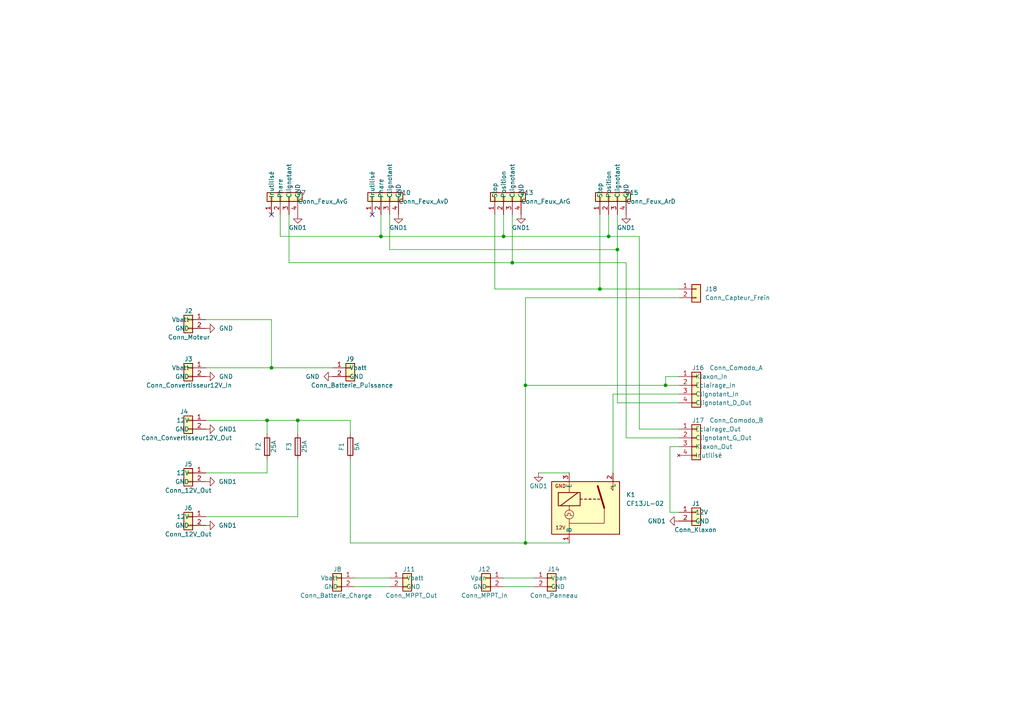
<source format=kicad_sch>
(kicad_sch (version 20211123) (generator eeschema)
  (paper "A4")
  (title_block (title "Boitier électrique vhéliotech") (date "2024-12-28") (company "Vélo solaire pour tous") (comment 1 "Licence CERN-OHL-S version 2"))
  (lib_symbols
    (symbol "Connector_Generic:Conn_01x02" (pin_names (offset 1.016) hide)
      (property "Reference" "J" (at 0 2.54 0))
      (property "Value" "Conn_01x02" (at 0 -5.08 0))
      (symbol "Conn_01x02_1_1"
        (rectangle (start -1.27 -2.413) (end 0 -2.667) (stroke (width 0.1524)))
        (rectangle (start -1.27 0.127) (end 0 -0.127) (stroke (width 0.1524)))
        (rectangle (start -1.27 1.27) (end 1.27 -3.81) (stroke (width 0.254)) (fill (type background)))
        (pin passive line (at -5.08 0 0) (length 3.81) (name "Pin_1") (number "1"))
        (pin passive line (at -5.08 -2.54 0) (length 3.81) (name "Pin_2") (number "2"))
      )
    )
    (symbol "Fuse_1" (pin_numbers hide) (pin_names (offset 0))
      (property "Reference" "F" (at 2.032 0 90))
      (property "Value" "Fuse_1" (at -1.905 0 90))
      (symbol "Fuse_1_0_1"
        (rectangle (start -0.762 -2.54) (end 0.762 2.54) (stroke (width 0.254)))
        (polyline (pts (xy 0 2.54) (xy 0 -2.54)))
      )
      (symbol "Fuse_1_1_1"
        (pin power_out line (at 0 3.81 270) (length 1.27) (name "~") (number "1"))
        (pin power_in line (at 0 -3.81 90) (length 1.27) (name "~") (number "2"))
      )
    )
    (symbol "Fuse_2" (pin_numbers hide) (pin_names (offset 0))
      (property "Reference" "F" (at 2.032 0 90))
      (property "Value" "Fuse_2" (at -1.905 0 90))
      (symbol "Fuse_2_0_1"
        (rectangle (start -0.762 -2.54) (end 0.762 2.54) (stroke (width 0.254)))
        (polyline (pts (xy 0 2.54) (xy 0 -2.54)))
      )
      (symbol "Fuse_2_1_1"
        (pin power_out line (at 0 3.81 270) (length 1.27) (name "~") (number "1"))
        (pin power_in line (at 0 -3.81 90) (length 1.27) (name "~") (number "2"))
      )
    )
    (symbol "circuit:CF13JL-02"
      (property "Reference" "K" (at 11.43 3.81 0))
      (property "Value" "CF13JL-02" (at 17.78 1.27 0))
      (symbol "CF13JL-02_0_1"
        (circle (center -5.08 -4.445) (radius 1.27))
        (polyline (pts (xy -5.08 -6.985) (xy -5.08 -5.715)))
        (polyline (pts (xy -6.096 -4.699) (xy -5.461 -4.699) (xy -5.461 -4.064) (xy -4.826 -4.064) (xy -4.826 -4.699) (xy -4.191 -4.699)))
      )
      (symbol "CF13JL-02_1_1"
        (rectangle (start -10.16 5.08) (end 9.525 -10.16) (stroke (width 0.254)) (fill (type background)))
        (rectangle (start -8.255 1.905) (end -1.905 -1.905) (stroke (width 0.254)))
        (polyline (pts (xy -7.62 -1.905) (xy -2.54 1.905)) (stroke (width 0.254)))
        (polyline (pts (xy -5.08 -10.16) (xy -5.08 -6.985)))
        (polyline (pts (xy -5.08 -3.175) (xy -5.08 -1.905)))
        (polyline (pts (xy -5.08 5.08) (xy -5.08 1.905)))
        (polyline (pts (xy -1.905 0) (xy -1.27 0)) (stroke (width 0.254)))
        (polyline (pts (xy -0.635 0) (xy 0 0)) (stroke (width 0.254)))
        (polyline (pts (xy 0.635 0) (xy 1.27 0)) (stroke (width 0.254)))
        (polyline (pts (xy 0.635 0) (xy 1.27 0)) (stroke (width 0.254)))
        (polyline (pts (xy 1.905 0) (xy 2.54 0)) (stroke (width 0.254)))
        (polyline (pts (xy 3.175 0) (xy 3.81 0)) (stroke (width 0.254)))
        (polyline (pts (xy 5.08 -6.985) (xy -5.08 -6.985)))
        (polyline (pts (xy 5.08 -2.54) (xy 3.175 3.81)) (stroke (width 0.508)))
        (polyline (pts (xy 5.08 -2.54) (xy 5.08 -6.985)))
        (polyline (pts (xy 7.62 3.81) (xy 7.62 5.08)))
        (polyline (pts (xy 7.62 3.81) (xy 7.62 2.54) (xy 6.985 3.175) (xy 7.62 3.81)))
        (text "12V" (at -7.62 -8.255 0) (effects (font (size 1.016 1.016))))
        (text "GND" (at -7.62 3.81 0) (effects (font (size 1.016 1.016))))
        (pin passive line (at -5.08 -12.7 90) (length 2.54) (name "B") (number "1"))
        (pin passive line (at 7.62 7.62 270) (length 2.54) (name "L") (number "2"))
        (pin passive line (at -5.08 7.62 270) (length 2.54) (name "E") (number "3"))
      )
    )
    (symbol "circuit:Conn_12V_Out" (pin_names (offset 1.016))
      (property "Reference" "J" (at 0 2.54 0))
      (property "Value" "Conn_12V_Out" (at 0 -5.08 0))
      (symbol "Conn_12V_Out_1_1"
        (rectangle (start -1.27 -2.413) (end 0 -2.667) (stroke (width 0.1524)))
        (rectangle (start -1.27 0.127) (end 0 -0.127) (stroke (width 0.1524)))
        (rectangle (start -1.27 1.27) (end 1.27 -3.81) (stroke (width 0.254)) (fill (type background)))
        (pin power_in line (at -5.08 0 0) (length 3.81) (name "12V") (number "1"))
        (pin power_in line (at -5.08 -2.54 0) (length 3.81) (name "GND") (number "2"))
      )
    )
    (symbol "circuit:Conn_Batterie_Charge" (pin_names (offset 1.016))
      (property "Reference" "J" (at 0 2.54 0))
      (property "Value" "Conn_Batterie_Charge" (at 0 -5.08 0))
      (symbol "Conn_Batterie_Charge_1_1"
        (rectangle (start -1.27 -2.413) (end 0 -2.667) (stroke (width 0.1524)))
        (rectangle (start -1.27 0.127) (end 0 -0.127) (stroke (width 0.1524)))
        (rectangle (start -1.27 1.27) (end 1.27 -3.81) (stroke (width 0.254)) (fill (type background)))
        (pin power_in line (at -5.08 0 0) (length 3.81) (name "Vbatt") (number "1"))
        (pin power_in line (at -5.08 -2.54 0) (length 3.81) (name "GND") (number "2"))
      )
    )
    (symbol "circuit:Conn_Batterie_Puissance" (pin_names (offset 1.016))
      (property "Reference" "J" (at 0 2.54 0))
      (property "Value" "Conn_Batterie_Puissance" (at 0 -5.08 0))
      (symbol "Conn_Batterie_Puissance_1_1"
        (rectangle (start -1.27 -2.413) (end 0 -2.667) (stroke (width 0.1524)))
        (rectangle (start -1.27 0.127) (end 0 -0.127) (stroke (width 0.1524)))
        (rectangle (start -1.27 1.27) (end 1.27 -3.81) (stroke (width 0.254)) (fill (type background)))
        (pin power_out line (at -5.08 0 0) (length 3.81) (name "Vbatt") (number "1"))
        (pin power_out line (at -5.08 -2.54 0) (length 3.81) (name "GND") (number "2"))
      )
    )
    (symbol "circuit:Conn_Comodo_A" (pin_names (offset 1.016))
      (property "Reference" "J" (at 0 5.08 0))
      (property "Value" "Conn_Comodo_A" (at 0 -7.62 0))
      (symbol "Conn_Comodo_A_1_1"
        (rectangle (start -1.27 -4.953) (end 0 -5.207) (stroke (width 0.1524)))
        (rectangle (start -1.27 -2.413) (end 0 -2.667) (stroke (width 0.1524)))
        (rectangle (start -1.27 0.127) (end 0 -0.127) (stroke (width 0.1524)))
        (rectangle (start -1.27 2.667) (end 0 2.413) (stroke (width 0.1524)))
        (rectangle (start -1.27 3.81) (end 1.27 -6.35) (stroke (width 0.254)) (fill (type background)))
        (pin power_in line (at -5.08 2.54 0) (length 3.81) (name "Klaxon_In") (number "1"))
        (pin power_in line (at -5.08 0 0) (length 3.81) (name "Eclairage_In") (number "2"))
        (pin passive line (at -5.08 -2.54 0) (length 3.81) (name "Clignotant_In") (number "3"))
        (pin passive line (at -5.08 -5.08 0) (length 3.81) (name "Clignotant_D_Out") (number "4"))
      )
    )
    (symbol "circuit:Conn_Comodo_B" (pin_names (offset 1.016))
      (property "Reference" "J" (at 0 5.08 0))
      (property "Value" "Conn_Comodo_B" (at 0 -7.62 0))
      (symbol "Conn_Comodo_B_1_1"
        (rectangle (start -1.27 -4.953) (end 0 -5.207) (stroke (width 0.1524)))
        (rectangle (start -1.27 -2.413) (end 0 -2.667) (stroke (width 0.1524)))
        (rectangle (start -1.27 0.127) (end 0 -0.127) (stroke (width 0.1524)))
        (rectangle (start -1.27 2.667) (end 0 2.413) (stroke (width 0.1524)))
        (rectangle (start -1.27 3.81) (end 1.27 -6.35) (stroke (width 0.254)) (fill (type background)))
        (pin passive line (at -5.08 2.54 0) (length 3.81) (name "Eclairage_Out") (number "1"))
        (pin passive line (at -5.08 0 0) (length 3.81) (name "Clignotant_G_Out") (number "2"))
        (pin passive line (at -5.08 -2.54 0) (length 3.81) (name "Klaxon_Out") (number "3"))
        (pin no_connect line (at -5.08 -5.08 0) (length 3.81) (name "Inutilisé") (number "4"))
      )
    )
    (symbol "circuit:Conn_Convertisseur12V_In" (pin_names (offset 1.016))
      (property "Reference" "J" (at 0 2.54 0))
      (property "Value" "Conn_Convertisseur12V_In" (at 0 -5.08 0))
      (symbol "Conn_Convertisseur12V_In_1_1"
        (rectangle (start -1.27 -2.413) (end 0 -2.667) (stroke (width 0.1524)))
        (rectangle (start -1.27 0.127) (end 0 -0.127) (stroke (width 0.1524)))
        (rectangle (start -1.27 1.27) (end 1.27 -3.81) (stroke (width 0.254)) (fill (type background)))
        (pin power_in line (at -5.08 0 0) (length 3.81) (name "Vbatt") (number "1"))
        (pin power_in line (at -5.08 -2.54 0) (length 3.81) (name "GND") (number "2"))
      )
    )
    (symbol "circuit:Conn_Convertisseur12V_Out" (pin_names (offset 1.016))
      (property "Reference" "J" (at 0 2.54 0))
      (property "Value" "Conn_Convertisseur12V_Out" (at 0 -5.08 0))
      (symbol "Conn_Convertisseur12V_Out_1_1"
        (rectangle (start -1.27 -2.413) (end 0 -2.667) (stroke (width 0.1524)))
        (rectangle (start -1.27 0.127) (end 0 -0.127) (stroke (width 0.1524)))
        (rectangle (start -1.27 1.27) (end 1.27 -3.81) (stroke (width 0.254)) (fill (type background)))
        (pin power_out line (at -5.08 0 0) (length 3.81) (name "12V") (number "1"))
        (pin power_out line (at -5.08 -2.54 0) (length 3.81) (name "GND") (number "2"))
      )
    )
    (symbol "circuit:Conn_Feux_Arriere" (pin_names (offset 1.016))
      (property "Reference" "J" (at 0 5.08 0))
      (property "Value" "Conn_Feux_Arriere" (at 0 -7.62 0))
      (symbol "Conn_Feux_Arriere_1_1"
        (rectangle (start -1.27 -4.953) (end 0 -5.207) (stroke (width 0.1524)))
        (rectangle (start -1.27 -2.413) (end 0 -2.667) (stroke (width 0.1524)))
        (rectangle (start -1.27 0.127) (end 0 -0.127) (stroke (width 0.1524)))
        (rectangle (start -1.27 2.667) (end 0 2.413) (stroke (width 0.1524)))
        (rectangle (start -1.27 3.81) (end 1.27 -6.35) (stroke (width 0.254)) (fill (type background)))
        (pin passive line (at -5.08 2.54 0) (length 3.81) (name "Stop") (number "1"))
        (pin passive line (at -5.08 0 0) (length 3.81) (name "Position") (number "2"))
        (pin passive line (at -5.08 -2.54 0) (length 3.81) (name "Clignotant") (number "3"))
        (pin power_in line (at -5.08 -5.08 0) (length 3.81) (name "GND") (number "4"))
      )
    )
    (symbol "circuit:Conn_Feux_Avant" (pin_names (offset 1.016))
      (property "Reference" "J" (at 0 5.08 0))
      (property "Value" "Conn_Feux_Avant" (at 0 -7.62 0))
      (symbol "Conn_Feux_Avant_1_1"
        (rectangle (start -1.27 -4.953) (end 0 -5.207) (stroke (width 0.1524)))
        (rectangle (start -1.27 -2.413) (end 0 -2.667) (stroke (width 0.1524)))
        (rectangle (start -1.27 0.127) (end 0 -0.127) (stroke (width 0.1524)))
        (rectangle (start -1.27 2.667) (end 0 2.413) (stroke (width 0.1524)))
        (rectangle (start -1.27 3.81) (end 1.27 -6.35) (stroke (width 0.254)) (fill (type background)))
        (pin passive line (at -5.08 2.54 0) (length 3.81) (name "Inutilisé") (number "1"))
        (pin passive line (at -5.08 0 0) (length 3.81) (name "Phare") (number "2"))
        (pin passive line (at -5.08 -2.54 0) (length 3.81) (name "Clignotant") (number "3"))
        (pin power_in line (at -5.08 -5.08 0) (length 3.81) (name "GND") (number "4"))
      )
    )
    (symbol "circuit:Conn_Klaxon" (pin_names (offset 1.016))
      (property "Reference" "J" (at 0 2.54 0))
      (property "Value" "Conn_Klaxon" (at 0 -5.08 0))
      (symbol "Conn_Klaxon_1_1"
        (rectangle (start -1.27 -2.413) (end 0 -2.667) (stroke (width 0.1524)))
        (rectangle (start -1.27 0.127) (end 0 -0.127) (stroke (width 0.1524)))
        (rectangle (start -1.27 1.27) (end 1.27 -3.81) (stroke (width 0.254)) (fill (type background)))
        (pin passive line (at -5.08 0 0) (length 3.81) (name "12V") (number "1"))
        (pin power_in line (at -5.08 -2.54 0) (length 3.81) (name "GND") (number "2"))
      )
    )
    (symbol "circuit:Conn_MPPT_In" (pin_names (offset 1.016))
      (property "Reference" "J" (at 0 2.54 0))
      (property "Value" "Conn_MPPT_In" (at 0 -5.08 0))
      (symbol "Conn_MPPT_In_1_1"
        (rectangle (start -1.27 -2.413) (end 0 -2.667) (stroke (width 0.1524)))
        (rectangle (start -1.27 0.127) (end 0 -0.127) (stroke (width 0.1524)))
        (rectangle (start -1.27 1.27) (end 1.27 -3.81) (stroke (width 0.254)) (fill (type background)))
        (pin power_in line (at -5.08 0 0) (length 3.81) (name "Vpan") (number "1"))
        (pin power_in line (at -5.08 -2.54 0) (length 3.81) (name "GND") (number "2"))
      )
    )
    (symbol "circuit:Conn_MPPT_Out" (pin_names (offset 1.016))
      (property "Reference" "J" (at 0 2.54 0))
      (property "Value" "Conn_MPPT_Out" (at 0 -5.08 0))
      (symbol "Conn_MPPT_Out_1_1"
        (rectangle (start -1.27 -2.413) (end 0 -2.667) (stroke (width 0.1524)))
        (rectangle (start -1.27 0.127) (end 0 -0.127) (stroke (width 0.1524)))
        (rectangle (start -1.27 1.27) (end 1.27 -3.81) (stroke (width 0.254)) (fill (type background)))
        (pin power_out line (at -5.08 0 0) (length 3.81) (name "Vbatt") (number "1"))
        (pin power_out line (at -5.08 -2.54 0) (length 3.81) (name "GND") (number "2"))
      )
    )
    (symbol "circuit:Conn_Moteur" (pin_names (offset 1.016))
      (property "Reference" "J" (at 0 2.54 0))
      (property "Value" "Conn_Moteur" (at 0 -5.08 0))
      (symbol "Conn_Moteur_1_1"
        (rectangle (start -1.27 -2.413) (end 0 -2.667) (stroke (width 0.1524)))
        (rectangle (start -1.27 0.127) (end 0 -0.127) (stroke (width 0.1524)))
        (rectangle (start -1.27 1.27) (end 1.27 -3.81) (stroke (width 0.254)) (fill (type background)))
        (pin power_in line (at -5.08 0 0) (length 3.81) (name "Vbatt") (number "1"))
        (pin power_in line (at -5.08 -2.54 0) (length 3.81) (name "GND") (number "2"))
      )
    )
    (symbol "circuit:Conn_Panneau" (pin_names (offset 1.016))
      (property "Reference" "J" (at 0 2.54 0))
      (property "Value" "Conn_Panneau" (at 0 -5.08 0))
      (symbol "Conn_Panneau_1_1"
        (rectangle (start -1.27 -2.413) (end 0 -2.667) (stroke (width 0.1524)))
        (rectangle (start -1.27 0.127) (end 0 -0.127) (stroke (width 0.1524)))
        (rectangle (start -1.27 1.27) (end 1.27 -3.81) (stroke (width 0.254)) (fill (type background)))
        (pin power_out line (at -5.08 0 0) (length 3.81) (name "Vpan") (number "1"))
        (pin power_out line (at -5.08 -2.54 0) (length 3.81) (name "GND") (number "2"))
      )
    )
    (symbol "circuit:Fuse" (pin_numbers hide) (pin_names (offset 0))
      (property "Reference" "F" (at 2.032 0 90))
      (property "Value" "Fuse" (at -1.905 0 90))
      (symbol "Fuse_0_1"
        (rectangle (start -0.762 -2.54) (end 0.762 2.54) (stroke (width 0.254)))
        (polyline (pts (xy 0 2.54) (xy 0 -2.54)))
      )
      (symbol "Fuse_1_1"
        (pin power_out line (at 0 3.81 270) (length 1.27) (name "~") (number "1"))
        (pin power_in line (at 0 -3.81 90) (length 1.27) (name "~") (number "2"))
      )
    )
    (symbol "power:GND" (power) (pin_names (offset 0))
      (property "Value" "GND" (at 0 -3.81 0))
      (symbol "GND_0_1"
        (polyline (pts (xy 0 0) (xy 0 -1.27) (xy 1.27 -1.27) (xy 0 -2.54) (xy -1.27 -1.27) (xy 0 -1.27)))
      )
      (symbol "GND_1_1"
        (pin power_in line (at 0 0 270) (length 0) hide (name "GND") (number "1"))
      )
    )
    (symbol "power:GND1" (power) (pin_names (offset 0))
      (property "Value" "GND1" (at 0 -3.81 0))
      (symbol "GND1_0_1"
        (polyline (pts (xy 0 0) (xy 0 -1.27) (xy 1.27 -1.27) (xy 0 -2.54) (xy -1.27 -1.27) (xy 0 -1.27)))
      )
      (symbol "GND1_1_1"
        (pin power_in line (at 0 0 270) (length 0) hide (name "GND1") (number "1"))
      )
    )
  )
  (junction (at 152.4 111.76))
  (junction (at 148.59 76.2))
  (junction (at 78.74 106.68))
  (junction (at 110.49 68.58))
  (junction (at 146.05 68.58))
  (junction (at 173.99 83.82))
  (junction (at 152.4 157.48))
  (junction (at 77.47 121.92))
  (junction (at 176.53 68.58))
  (junction (at 179.07 72.39))
  (junction (at 86.36 121.92))
  (junction (at 193.04 111.76))
  (no_connect (at 78.74 62.23))
  (no_connect (at 107.95 62.23))
  (wire (pts (xy 78.74 92.71) (xy 59.69 92.71)))
  (wire (pts (xy 77.47 133.35) (xy 77.47 137.16)))
  (wire (pts (xy 77.47 121.92) (xy 77.47 125.73)))
  (wire (pts (xy 59.69 149.86) (xy 86.36 149.86)))
  (wire (pts (xy 110.49 68.58) (xy 81.28 68.58)))
  (wire (pts (xy 193.04 109.22) (xy 196.85 109.22)))
  (wire (pts (xy 102.87 167.64) (xy 113.03 167.64)))
  (wire (pts (xy 176.53 62.23) (xy 176.53 68.58)))
  (wire (pts (xy 148.59 62.23) (xy 148.59 76.2)))
  (wire (pts (xy 86.36 149.86) (xy 86.36 133.35)))
  (wire (pts (xy 101.6 133.35) (xy 101.6 157.48)))
  (wire (pts (xy 59.69 106.68) (xy 78.74 106.68)))
  (wire (pts (xy 86.36 121.92) (xy 101.6 121.92)))
  (wire (pts (xy 177.8 114.3) (xy 196.85 114.3)))
  (wire (pts (xy 179.07 72.39) (xy 113.03 72.39)))
  (wire (pts (xy 110.49 62.23) (xy 110.49 68.58)))
  (wire (pts (xy 77.47 121.92) (xy 86.36 121.92)))
  (wire (pts (xy 193.04 111.76) (xy 152.4 111.76)))
  (wire (pts (xy 181.61 127) (xy 196.85 127)))
  (wire (pts (xy 101.6 125.73) (xy 101.6 121.92)))
  (wire (pts (xy 194.31 148.59) (xy 196.85 148.59)))
  (wire (pts (xy 152.4 111.76) (xy 152.4 157.48)))
  (wire (pts (xy 196.85 83.82) (xy 173.99 83.82)))
  (wire (pts (xy 173.99 83.82) (xy 173.99 62.23)))
  (wire (pts (xy 196.85 111.76) (xy 193.04 111.76)))
  (wire (pts (xy 185.42 68.58) (xy 185.42 124.46)))
  (wire (pts (xy 177.8 137.16) (xy 177.8 114.3)))
  (wire (pts (xy 156.21 137.16) (xy 165.1 137.16)))
  (wire (pts (xy 143.51 83.82) (xy 143.51 62.23)))
  (wire (pts (xy 86.36 121.92) (xy 86.36 125.73)))
  (wire (pts (xy 83.82 76.2) (xy 83.82 62.23)))
  (wire (pts (xy 78.74 106.68) (xy 96.52 106.68)))
  (wire (pts (xy 179.07 116.84) (xy 196.85 116.84)))
  (wire (pts (xy 152.4 86.36) (xy 196.85 86.36)))
  (wire (pts (xy 59.69 137.16) (xy 77.47 137.16)))
  (wire (pts (xy 194.31 129.54) (xy 194.31 148.59)))
  (wire (pts (xy 110.49 68.58) (xy 146.05 68.58)))
  (wire (pts (xy 146.05 62.23) (xy 146.05 68.58)))
  (wire (pts (xy 152.4 111.76) (xy 152.4 86.36)))
  (wire (pts (xy 148.59 76.2) (xy 83.82 76.2)))
  (wire (pts (xy 181.61 76.2) (xy 181.61 127)))
  (wire (pts (xy 165.1 157.48) (xy 152.4 157.48)))
  (wire (pts (xy 78.74 106.68) (xy 78.74 92.71)))
  (wire (pts (xy 173.99 83.82) (xy 143.51 83.82)))
  (wire (pts (xy 193.04 111.76) (xy 193.04 109.22)))
  (wire (pts (xy 152.4 157.48) (xy 101.6 157.48)))
  (wire (pts (xy 113.03 72.39) (xy 113.03 62.23)))
  (wire (pts (xy 179.07 72.39) (xy 179.07 116.84)))
  (wire (pts (xy 146.05 170.18) (xy 154.94 170.18)))
  (wire (pts (xy 196.85 129.54) (xy 194.31 129.54)))
  (wire (pts (xy 148.59 76.2) (xy 181.61 76.2)))
  (wire (pts (xy 146.05 167.64) (xy 154.94 167.64)))
  (wire (pts (xy 179.07 62.23) (xy 179.07 72.39)))
  (wire (pts (xy 185.42 124.46) (xy 196.85 124.46)))
  (wire (pts (xy 59.69 121.92) (xy 77.47 121.92)))
  (wire (pts (xy 146.05 68.58) (xy 176.53 68.58)))
  (wire (pts (xy 102.87 170.18) (xy 113.03 170.18)))
  (wire (pts (xy 176.53 68.58) (xy 185.42 68.58)))
  (wire (pts (xy 81.28 68.58) (xy 81.28 62.23)))
  (symbol (lib_id "power:GND") (at 59.69 95.25 90) (unit 1)
    (property "Reference" "#PWR0101" (effects hide))
    (property "Value" "GND" (at 63.5 95.2499 90) (effects (justify right)))
  )
  (symbol (lib_id "circuit:Conn_Convertisseur12V_In") (at 54.61 106.68 0) (mirror y) (unit 1)
    (property "Reference" "J3" (at 55.88 104.14 0) (effects (justify left)))
    (property "Value" "Conn_Convertisseur12V_In" (at 67.31 111.76 0) (effects (justify left)))
    (property "Footprint" "circuit:TerminalBlock_Amphenol_HG0200X0000G_1x02_P5.00mm_45Degree" (effects hide))
  )
  (symbol (lib_id "power:GND1") (at 86.36 62.23 0) (unit 1)
    (property "Reference" "#PWR0105" (effects hide))
    (property "Value" "GND1" (at 86.36 66.04 0))
  )
  (symbol (lib_id "circuit:Conn_Feux_Avant") (at 110.49 57.15 90) (unit 1)
    (property "Reference" "J10" (at 115.57 55.8799 90) (effects (justify right)))
    (property "Value" "Conn_Feux_AvD" (at 115.57 58.4199 90) (effects (justify right)))
    (property "Footprint" "circuit:Generic_HeaderSocket_1x04_P5.08mm_Vertical_Open" (effects hide))
  )
  (symbol (lib_id "circuit:CF13JL-02") (at 170.18 144.78 0) (unit 1)
    (property "Reference" "K1" (at 181.61 143.5099 0) (effects (justify left)))
    (property "Value" "CF13JL-02" (at 181.61 146.0499 0) (effects (justify left)))
    (property "Footprint" "circuit:CF13JL-02" (effects hide))
  )
  (symbol (lib_name "Fuse_1") (lib_id "circuit:Fuse") (at 77.47 129.54 180) (unit 1)
    (property "Reference" "F2" (at 74.93 129.54 90))
    (property "Value" "25A" (at 79.375 129.54 90))
    (property "Footprint" "circuit:Littelfuse_FuseHolder_FL1_178.6764.0001" (effects hide))
  )
  (symbol (lib_id "power:GND1") (at 59.69 152.4 90) (unit 1)
    (property "Reference" "#PWR0110" (effects hide))
    (property "Value" "GND1" (at 66.04 152.4 90))
  )
  (symbol (lib_id "power:GND") (at 96.52 109.22 270) (unit 1)
    (property "Reference" "#PWR0111" (effects hide))
    (property "Value" "GND" (at 92.71 109.2199 90) (effects (justify right)))
  )
  (symbol (lib_id "circuit:Conn_Klaxon") (at 201.93 148.59 0) (unit 1)
    (property "Reference" "J1" (at 200.66 146.05 0) (effects (justify left)))
    (property "Value" "Conn_Klaxon" (at 195.58 153.67 0) (effects (justify left)))
    (property "Footprint" "circuit:TerminalBlock_Camdenboss_CTB3008_1x02_P5.08mm_45Degree" (effects hide))
  )
  (symbol (lib_id "circuit:Conn_12V_Out") (at 54.61 137.16 0) (mirror y) (unit 1)
    (property "Reference" "J5" (at 54.61 134.62 0))
    (property "Value" "Conn_12V_Out" (at 54.61 142.24 0))
    (property "Footprint" "circuit:TerminalBlock_Amphenol_HG0200X0000G_1x02_P5.00mm_45Degree" (effects hide))
  )
  (symbol (lib_id "power:GND1") (at 115.57 62.23 0) (unit 1)
    (property "Reference" "#PWR0106" (effects hide))
    (property "Value" "GND1" (at 115.57 66.04 0))
  )
  (symbol (lib_id "power:GND1") (at 59.69 124.46 90) (unit 1)
    (property "Reference" "#PWR0103" (effects hide))
    (property "Value" "GND1" (at 66.04 124.46 90))
  )
  (symbol (lib_id "circuit:Conn_Feux_Arriere") (at 146.05 57.15 90) (unit 1)
    (property "Reference" "J13" (at 151.13 55.8799 90) (effects (justify right)))
    (property "Value" "Conn_Feux_ArG" (at 151.13 58.4199 90) (effects (justify right)))
    (property "Footprint" "circuit:Generic_HeaderSocket_1x04_P5.08mm_Vertical_Open" (effects hide))
  )
  (symbol (lib_id "circuit:Conn_Batterie_Puissance") (at 101.6 106.68 0) (unit 1)
    (property "Reference" "J9" (at 100.33 104.14 0) (effects (justify left)))
    (property "Value" "Conn_Batterie_Puissance" (at 90.17 111.76 0) (effects (justify left)))
    (property "Footprint" "circuit:TerminalBlock_Amphenol_HG0200X0000G_1x02_P5.00mm_45Degree" (effects hide))
  )
  (symbol (lib_id "circuit:Conn_Moteur") (at 54.61 92.71 0) (mirror y) (unit 1)
    (property "Reference" "J2" (at 55.88 90.17 0) (effects (justify left)))
    (property "Value" "Conn_Moteur" (at 60.96 97.79 0) (effects (justify left)))
    (property "Footprint" "circuit:TerminalBlock_Amphenol_HG0200X0000G_1x02_P5.00mm_45Degree" (effects hide))
  )
  (symbol (lib_id "power:GND1") (at 196.85 151.13 270) (mirror x) (unit 1)
    (property "Reference" "#PWR0102" (effects hide))
    (property "Value" "GND1" (at 190.5 151.13 90))
  )
  (symbol (lib_id "circuit:Conn_Convertisseur12V_Out") (at 54.61 121.92 0) (mirror y) (unit 1)
    (property "Reference" "J4" (at 54.61 119.38 0) (effects (justify left)))
    (property "Value" "Conn_Convertisseur12V_Out" (at 67.31 127 0) (effects (justify left)))
    (property "Footprint" "circuit:TerminalBlock_Amphenol_HG0200X0000G_1x02_P5.00mm_45Degree" (effects hide))
  )
  (symbol (lib_id "circuit:Conn_MPPT_In") (at 140.97 167.64 0) (mirror y) (unit 1)
    (property "Reference" "J12" (at 142.24 165.1 0) (effects (justify left)))
    (property "Value" "Conn_MPPT_In" (at 147.32 172.72 0) (effects (justify left)))
    (property "Footprint" "circuit:TerminalBlock_Amphenol_HG0200X0000G_1x02_P5.00mm_45Degree" (effects hide))
  )
  (symbol (lib_id "circuit:Conn_Comodo_A") (at 201.93 111.76 0) (unit 1)
    (property "Reference" "J16" (at 200.66 106.68 0) (effects (justify left)))
    (property "Value" "Conn_Comodo_A" (at 205.74 106.68 0) (effects (justify left)))
    (property "Footprint" "circuit:Generic_HeaderSocket_1x04_P5.08mm_Vertical_Open" (effects hide))
  )
  (symbol (lib_id "circuit:Conn_Panneau") (at 160.02 167.64 0) (unit 1)
    (property "Reference" "J14" (at 158.75 165.1 0) (effects (justify left)))
    (property "Value" "Conn_Panneau" (at 153.67 172.72 0) (effects (justify left)))
    (property "Footprint" "circuit:TerminalBlock_Amphenol_HG0200X0000G_1x02_P5.00mm_45Degree" (effects hide))
  )
  (symbol (lib_id "circuit:Conn_Batterie_Charge") (at 97.79 167.64 0) (mirror y) (unit 1)
    (property "Reference" "J8" (at 99.06 165.1 0) (effects (justify left)))
    (property "Value" "Conn_Batterie_Charge" (at 107.95 172.72 0) (effects (justify left)))
    (property "Footprint" "circuit:TerminalBlock_Amphenol_HG0200X0000G_1x02_P5.00mm_45Degree" (effects hide))
  )
  (symbol (lib_id "power:GND1") (at 59.69 139.7 90) (unit 1)
    (property "Reference" "#PWR0109" (effects hide))
    (property "Value" "GND1" (at 66.04 139.7 90))
  )
  (symbol (lib_id "circuit:Conn_Comodo_B") (at 201.93 127 0) (unit 1)
    (property "Reference" "J17" (at 200.66 121.92 0) (effects (justify left)))
    (property "Value" "Conn_Comodo_B" (at 205.74 121.92 0) (effects (justify left)))
    (property "Footprint" "circuit:Generic_HeaderSocket_1x04_P5.08mm_Vertical_Open" (effects hide))
  )
  (symbol (lib_name "Fuse_2") (lib_id "circuit:Fuse") (at 101.6 129.54 180) (unit 1)
    (property "Reference" "F1" (at 99.06 129.54 90))
    (property "Value" "5A" (at 103.505 129.54 90))
    (property "Footprint" "circuit:Littelfuse_FuseHolder_FL1_178.6764.0001" (effects hide))
  )
  (symbol (lib_id "circuit:Fuse") (at 86.36 129.54 180) (unit 1)
    (property "Reference" "F3" (at 83.82 129.54 90))
    (property "Value" "25A" (at 88.265 129.54 90))
    (property "Footprint" "circuit:Littelfuse_FuseHolder_FL1_178.6764.0001" (effects hide))
  )
  (symbol (lib_id "power:GND1") (at 156.21 137.16 0) (unit 1)
    (property "Reference" "#PWR0112" (effects hide))
    (property "Value" "GND1" (at 156.21 140.97 0))
  )
  (symbol (lib_id "circuit:Conn_12V_Out") (at 54.61 149.86 0) (mirror y) (unit 1)
    (property "Reference" "J6" (at 54.61 147.32 0))
    (property "Value" "Conn_12V_Out" (at 54.61 154.94 0))
    (property "Footprint" "circuit:TerminalBlock_Amphenol_HG0200X0000G_1x02_P5.00mm_45Degree" (effects hide))
  )
  (symbol (lib_id "circuit:Conn_Feux_Arriere") (at 176.53 57.15 90) (unit 1)
    (property "Reference" "J15" (at 181.61 55.8799 90) (effects (justify right)))
    (property "Value" "Conn_Feux_ArD" (at 181.61 58.4199 90) (effects (justify right)))
    (property "Footprint" "circuit:Generic_HeaderSocket_1x04_P5.08mm_Vertical_Open" (effects hide))
  )
  (symbol (lib_id "circuit:Conn_Feux_Avant") (at 81.28 57.15 90) (unit 1)
    (property "Reference" "J7" (at 86.36 55.8799 90) (effects (justify right)))
    (property "Value" "Conn_Feux_AvG" (at 86.36 58.4199 90) (effects (justify right)))
    (property "Footprint" "circuit:Generic_HeaderSocket_1x04_P5.08mm_Vertical_Open" (effects hide))
  )
  (symbol (lib_id "power:GND1") (at 181.61 62.23 0) (unit 1)
    (property "Reference" "#PWR0108" (effects hide))
    (property "Value" "GND1" (at 181.61 66.04 0))
  )
  (symbol (lib_id "power:GND") (at 59.69 109.22 90) (unit 1)
    (property "Reference" "#PWR0104" (effects hide))
    (property "Value" "GND" (at 63.5 109.2199 90) (effects (justify right)))
  )
  (symbol (lib_id "circuit:Conn_MPPT_Out") (at 118.11 167.64 0) (unit 1)
    (property "Reference" "J11" (at 116.84 165.1 0) (effects (justify left)))
    (property "Value" "Conn_MPPT_Out" (at 111.76 172.72 0) (effects (justify left)))
    (property "Footprint" "circuit:TerminalBlock_Amphenol_HG0200X0000G_1x02_P5.00mm_45Degree" (effects hide))
  )
  (symbol (lib_id "power:GND1") (at 151.13 62.23 0) (unit 1)
    (property "Reference" "#PWR0107" (effects hide))
    (property "Value" "GND1" (at 151.13 66.04 0))
  )
  (symbol (lib_id "Connector_Generic:Conn_01x02") (at 201.93 83.82 0) (unit 1)
    (property "Reference" "J18" (at 204.47 83.8199 0) (effects (justify left)))
    (property "Value" "Conn_Capteur_Frein" (at 204.47 86.3599 0) (effects (justify left)))
    (property "Footprint" "circuit:TerminalBlock_Camdenboss_CTB3008_1x02_P5.08mm_45Degree" (effects hide))
  )
)
</source>
